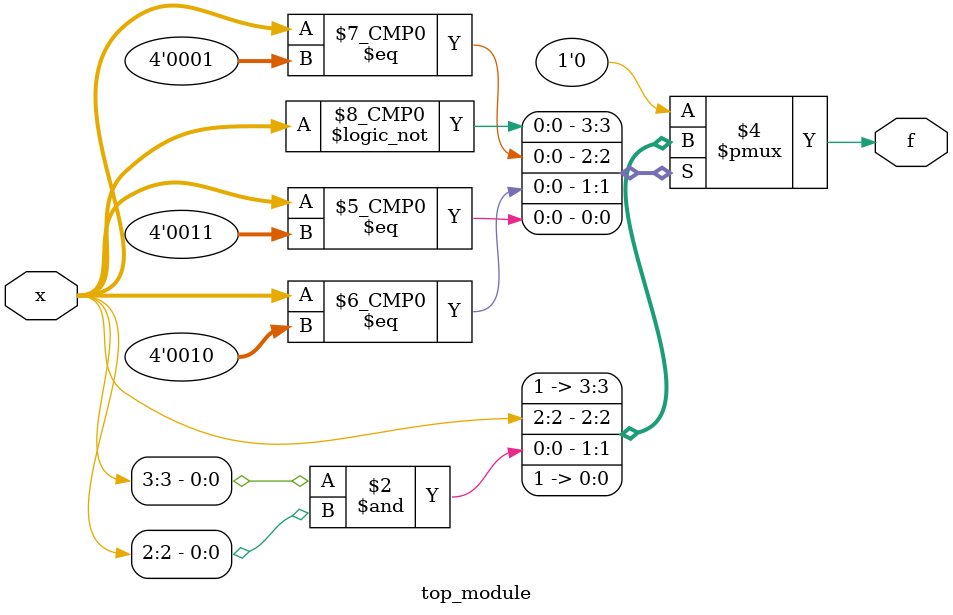
<source format=sv>
module top_module (
	input [4:1] x,
	output logic f
);
	
	always_comb begin
		case (x[4:1])
			4'b00: f = 1;
			4'b01: f = x[2];
			4'b10: f = x[3] & x[2];
			4'b11: f = 1;
			default: f = 0;
		endcase
	end
	
endmodule

</source>
